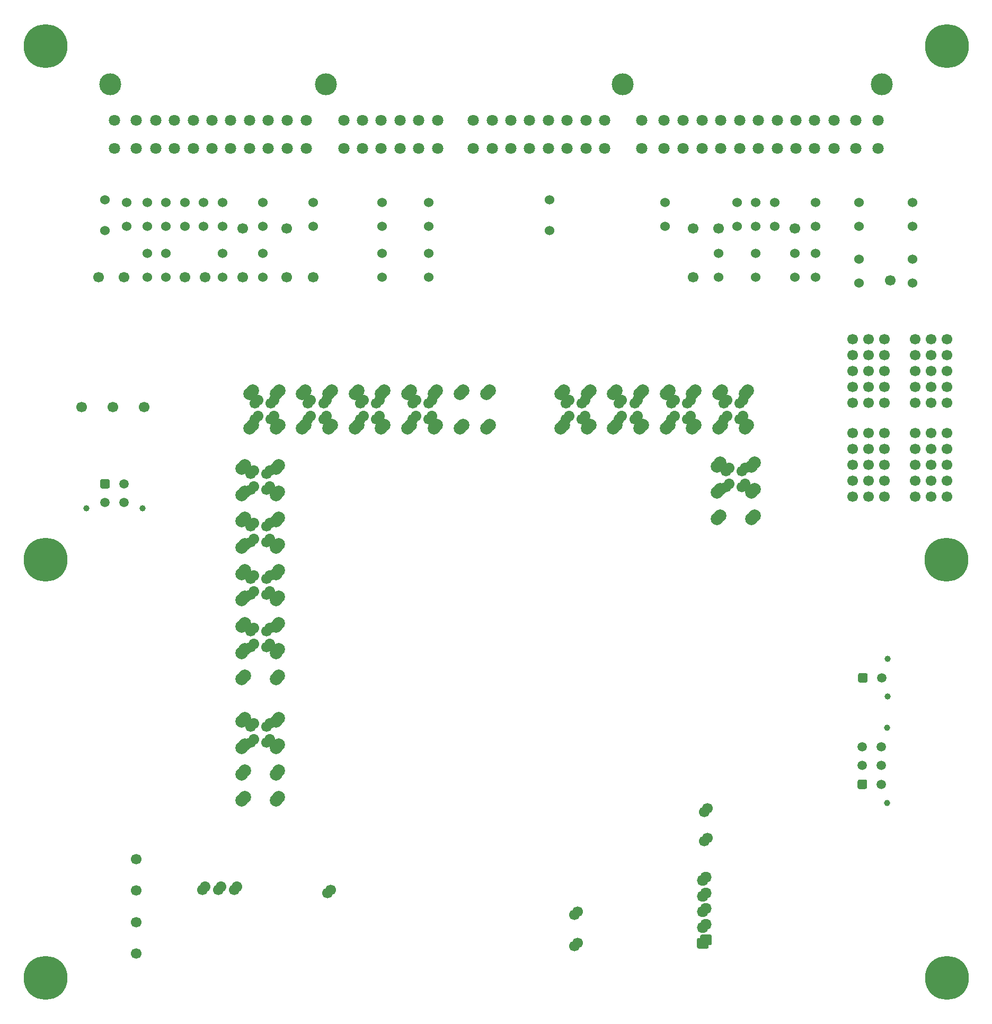
<source format=gbs>
G75*
G70*
%OFA0B0*%
%FSLAX25Y25*%
%IPPOS*%
%LPD*%
%AMOC8*
5,1,8,0,0,1.08239X$1,22.5*
%
%ADD10C,0.06000*%
%ADD11C,0.06693*%
%ADD12C,0.05906*%
%ADD13C,0.27559*%
%ADD14C,0.13780*%
%ADD15C,0.07087*%
%ADD16C,0.07874*%
%ADD17O,0.07283X0.06693*%
%ADD24C,0.03937*%
%ADD38O,0.06693X0.06693*%
X0000000Y0000000D02*
%LPD*%
G01*
D10*
X0119094Y0492501D03*
X0119094Y0507501D03*
X0095472Y0492501D03*
X0095472Y0507501D03*
D11*
X0187992Y0460630D03*
D10*
X0466535Y0492501D03*
X0466535Y0507501D03*
D11*
X0076771Y0074804D03*
X0427165Y0460630D03*
D10*
X0454724Y0492501D03*
X0454724Y0507501D03*
X0187992Y0492501D03*
X0187992Y0507501D03*
X0491141Y0460630D03*
X0491141Y0475630D03*
X0156496Y0460630D03*
X0156496Y0475630D03*
D11*
X0053149Y0460630D03*
D10*
X0531496Y0457067D03*
X0531496Y0472067D03*
D11*
X0551181Y0458662D03*
X0076771Y0035434D03*
D10*
X0083661Y0460630D03*
X0083661Y0475630D03*
X0130905Y0492501D03*
X0130905Y0507501D03*
D11*
X0120078Y0460630D03*
D10*
X0156496Y0492501D03*
X0156496Y0507501D03*
D24*
X0045275Y0315197D03*
X0080708Y0315197D03*
G36*
G01*
X0054133Y0328741D02*
X0054133Y0332678D01*
G75*
G02*
X0055118Y0333662I0000984J0000000D01*
G01*
X0059055Y0333662D01*
G75*
G02*
X0060039Y0332678I0000000J-000984D01*
G01*
X0060039Y0328741D01*
G75*
G02*
X0059055Y0327756I-000984J0000000D01*
G01*
X0055118Y0327756D01*
G75*
G02*
X0054133Y0328741I0000000J0000984D01*
G01*
G37*
D12*
X0068897Y0330709D03*
X0057086Y0318898D03*
X0068897Y0318898D03*
D10*
X0478346Y0492501D03*
X0478346Y0507501D03*
X0466535Y0460630D03*
X0466535Y0475630D03*
D11*
X0081692Y0378938D03*
X0171259Y0460630D03*
D10*
X0564960Y0457067D03*
X0564960Y0472067D03*
D11*
X0566771Y0381575D03*
X0566771Y0391575D03*
X0566771Y0401575D03*
X0566771Y0411575D03*
X0566771Y0421575D03*
X0576771Y0381575D03*
X0576771Y0391575D03*
X0576771Y0401575D03*
X0576771Y0411575D03*
X0576771Y0421575D03*
X0586771Y0381575D03*
X0586771Y0391575D03*
X0586771Y0401575D03*
X0586771Y0411575D03*
X0586771Y0421575D03*
D10*
X0442913Y0460630D03*
X0442913Y0475630D03*
D24*
X0548976Y0129922D03*
X0548976Y0177166D03*
G36*
G01*
X0535433Y0138780D02*
X0531496Y0138780D01*
G75*
G02*
X0530511Y0139764I0000000J0000984D01*
G01*
X0530511Y0143701D01*
G75*
G02*
X0531496Y0144686I0000984J0000000D01*
G01*
X0535433Y0144686D01*
G75*
G02*
X0536417Y0143701I0000000J-000984D01*
G01*
X0536417Y0139764D01*
G75*
G02*
X0535433Y0138780I-000984J0000000D01*
G01*
G37*
D12*
X0533464Y0153544D03*
X0533464Y0165355D03*
X0545275Y0141733D03*
X0545275Y0153544D03*
X0545275Y0165355D03*
D13*
X0586614Y0605906D03*
X0019685Y0283071D03*
D10*
X0107283Y0492501D03*
X0107283Y0507501D03*
X0503937Y0460630D03*
X0503937Y0475630D03*
X0083661Y0492501D03*
X0083661Y0507501D03*
X0231299Y0460630D03*
X0231299Y0475630D03*
D11*
X0068897Y0460630D03*
X0062007Y0378938D03*
D10*
X0057086Y0509272D03*
X0057086Y0489981D03*
D11*
X0427165Y0491142D03*
D10*
X0095472Y0460630D03*
X0095472Y0475630D03*
D11*
X0527401Y0381575D03*
X0527401Y0391575D03*
X0527401Y0401575D03*
X0527401Y0411575D03*
X0527401Y0421575D03*
X0537401Y0381575D03*
X0537401Y0391575D03*
X0537401Y0401575D03*
X0537401Y0411575D03*
X0537401Y0421575D03*
X0547401Y0381575D03*
X0547401Y0391575D03*
X0547401Y0401575D03*
X0547401Y0411575D03*
X0547401Y0421575D03*
D10*
X0231299Y0492501D03*
X0231299Y0507501D03*
D11*
X0527401Y0322520D03*
X0527401Y0332520D03*
X0527401Y0342520D03*
X0527401Y0352520D03*
X0527401Y0362520D03*
X0537401Y0322520D03*
X0537401Y0332520D03*
X0537401Y0342520D03*
X0537401Y0352520D03*
X0537401Y0362520D03*
X0547401Y0322520D03*
X0547401Y0332520D03*
X0547401Y0342520D03*
X0547401Y0352520D03*
X0547401Y0362520D03*
D14*
X0060397Y0581811D03*
X0196027Y0581811D03*
X0382641Y0581811D03*
X0545830Y0581811D03*
D15*
X0062956Y0541651D03*
X0076726Y0541651D03*
X0088936Y0541651D03*
X0100746Y0541651D03*
X0112556Y0541651D03*
X0124366Y0541651D03*
X0136176Y0541651D03*
X0147986Y0541651D03*
X0159796Y0541651D03*
X0171606Y0541651D03*
X0183816Y0541651D03*
X0062956Y0559371D03*
X0076726Y0559371D03*
X0088936Y0559371D03*
X0100746Y0559371D03*
X0112556Y0559371D03*
X0124366Y0559371D03*
X0136176Y0559371D03*
X0147986Y0559371D03*
X0159796Y0559371D03*
X0171606Y0559371D03*
X0183816Y0559371D03*
X0288744Y0541651D03*
X0300554Y0541651D03*
X0312364Y0541651D03*
X0324174Y0541651D03*
X0335994Y0541651D03*
X0347804Y0541651D03*
X0359614Y0541651D03*
X0371424Y0541651D03*
X0288744Y0559371D03*
X0300554Y0559371D03*
X0312364Y0559371D03*
X0324174Y0559371D03*
X0335994Y0559371D03*
X0347804Y0559371D03*
X0359614Y0559371D03*
X0371424Y0559371D03*
X0394834Y0541651D03*
X0408614Y0541651D03*
X0420834Y0541651D03*
X0432644Y0541651D03*
X0444454Y0541651D03*
X0456264Y0541651D03*
X0468074Y0541651D03*
X0479884Y0541651D03*
X0491694Y0541651D03*
X0503504Y0541651D03*
X0515714Y0541651D03*
X0529494Y0541651D03*
X0543274Y0541651D03*
X0394834Y0559371D03*
X0408614Y0559371D03*
X0420834Y0559371D03*
X0432644Y0559371D03*
X0444454Y0559371D03*
X0456264Y0559371D03*
X0468074Y0559371D03*
X0479884Y0559371D03*
X0491694Y0559371D03*
X0503504Y0559371D03*
X0515714Y0559371D03*
X0529494Y0559371D03*
X0543274Y0559371D03*
X0207247Y0541651D03*
X0219057Y0541651D03*
X0230867Y0541651D03*
X0242677Y0541651D03*
X0254497Y0541651D03*
X0266307Y0541651D03*
X0207247Y0559371D03*
X0219057Y0559371D03*
X0230867Y0559371D03*
X0242677Y0559371D03*
X0254497Y0559371D03*
X0266307Y0559371D03*
D13*
X0586420Y0283071D03*
X0586614Y0020079D03*
D11*
X0566771Y0322520D03*
X0566771Y0332520D03*
X0566771Y0342520D03*
X0566771Y0352520D03*
X0566771Y0362520D03*
X0576771Y0322520D03*
X0576771Y0332520D03*
X0576771Y0342520D03*
X0576771Y0352520D03*
X0576771Y0362520D03*
X0586771Y0322520D03*
X0586771Y0332520D03*
X0586771Y0342520D03*
X0586771Y0352520D03*
X0586771Y0362520D03*
X0442913Y0491142D03*
D10*
X0130905Y0460630D03*
X0130905Y0475630D03*
X0531496Y0492501D03*
X0531496Y0507501D03*
D16*
X0142913Y0131546D03*
X0142913Y0148081D03*
X0142913Y0164617D03*
D11*
X0148819Y0167963D03*
D16*
X0142913Y0181152D03*
D11*
X0148819Y0177963D03*
D16*
X0164567Y0131546D03*
X0164567Y0148081D03*
D11*
X0158819Y0167963D03*
D16*
X0164567Y0164617D03*
D11*
X0158819Y0177963D03*
D16*
X0164567Y0181152D03*
X0142913Y0207924D03*
X0142913Y0224459D03*
D11*
X0148819Y0227806D03*
D16*
X0142913Y0240995D03*
D11*
X0148819Y0237806D03*
D16*
X0142913Y0257530D03*
D11*
X0148819Y0260877D03*
D16*
X0142913Y0274066D03*
D11*
X0148819Y0270877D03*
D16*
X0142913Y0290601D03*
D11*
X0148819Y0293948D03*
D16*
X0142913Y0307137D03*
D11*
X0148819Y0303948D03*
D16*
X0142913Y0323672D03*
D11*
X0148819Y0327018D03*
D16*
X0142913Y0340207D03*
D11*
X0148819Y0337018D03*
D16*
X0164567Y0207924D03*
D11*
X0158819Y0227806D03*
D16*
X0164567Y0224459D03*
D11*
X0158819Y0237806D03*
D16*
X0164567Y0240995D03*
D11*
X0158819Y0260877D03*
D16*
X0164567Y0257530D03*
D11*
X0158819Y0270877D03*
D16*
X0164567Y0274066D03*
D11*
X0158819Y0293948D03*
D16*
X0164567Y0290601D03*
D11*
X0158819Y0303948D03*
D16*
X0164567Y0307137D03*
D11*
X0158819Y0327018D03*
D16*
X0164567Y0323672D03*
D11*
X0158819Y0337018D03*
D16*
X0164567Y0340207D03*
X0148130Y0387156D03*
D11*
X0151476Y0381251D03*
X0161476Y0381251D03*
D16*
X0164665Y0387156D03*
X0181201Y0387156D03*
D11*
X0184547Y0381251D03*
X0194547Y0381251D03*
D16*
X0197736Y0387156D03*
X0214272Y0387156D03*
D11*
X0217618Y0381251D03*
X0227618Y0381251D03*
D16*
X0230807Y0387156D03*
X0247343Y0387156D03*
D11*
X0250689Y0381251D03*
X0260689Y0381251D03*
D16*
X0263878Y0387156D03*
X0280413Y0387156D03*
X0296949Y0387156D03*
X0148130Y0365503D03*
D11*
X0151476Y0371251D03*
X0161476Y0371251D03*
D16*
X0164665Y0365503D03*
X0181201Y0365503D03*
D11*
X0184547Y0371251D03*
X0194547Y0371251D03*
D16*
X0197736Y0365503D03*
X0214272Y0365503D03*
D11*
X0217618Y0371251D03*
X0227618Y0371251D03*
D16*
X0230807Y0365503D03*
X0247343Y0365503D03*
D11*
X0250689Y0371251D03*
X0260689Y0371251D03*
D16*
X0263878Y0365503D03*
X0280413Y0365503D03*
X0296949Y0365503D03*
X0343799Y0387156D03*
D11*
X0347146Y0381251D03*
X0357146Y0381251D03*
D16*
X0360335Y0387156D03*
X0376870Y0387156D03*
D11*
X0380217Y0381251D03*
X0390217Y0381251D03*
D16*
X0393406Y0387156D03*
X0409941Y0387156D03*
D11*
X0413287Y0381251D03*
X0423287Y0381251D03*
D16*
X0426476Y0387156D03*
X0443012Y0387156D03*
D11*
X0446358Y0381251D03*
X0456358Y0381251D03*
D16*
X0459547Y0387156D03*
X0343799Y0365503D03*
D11*
X0347146Y0371251D03*
X0357146Y0371251D03*
D16*
X0360335Y0365503D03*
X0376870Y0365503D03*
D11*
X0380217Y0371251D03*
X0390217Y0371251D03*
D16*
X0393406Y0365503D03*
X0409941Y0365503D03*
D11*
X0413287Y0371251D03*
X0423287Y0371251D03*
D16*
X0426476Y0365503D03*
X0443012Y0365503D03*
D11*
X0446358Y0371251D03*
X0456358Y0371251D03*
D16*
X0459547Y0365503D03*
D11*
X0457835Y0338593D03*
D16*
X0463583Y0341782D03*
D11*
X0457835Y0328593D03*
D16*
X0463583Y0325247D03*
X0463583Y0308711D03*
X0441929Y0341782D03*
D11*
X0447835Y0338593D03*
D16*
X0441929Y0325247D03*
D11*
X0447835Y0328593D03*
D16*
X0441929Y0308711D03*
G36*
G01*
X0435827Y0038436D02*
X0430512Y0038436D01*
G75*
G02*
X0429528Y0039420I0000000J0000984D01*
G01*
X0429528Y0044144D01*
G75*
G02*
X0430512Y0045129I0000984J0000000D01*
G01*
X0435827Y0045129D01*
G75*
G02*
X0436811Y0044144I0000000J-000984D01*
G01*
X0436811Y0039420D01*
G75*
G02*
X0435827Y0038436I-000984J0000000D01*
G01*
G37*
D17*
X0433169Y0051625D03*
X0433169Y0061467D03*
X0433169Y0071310D03*
X0433169Y0081152D03*
D11*
X0352461Y0039814D03*
X0352461Y0059499D03*
X0433957Y0124459D03*
X0433957Y0105955D03*
X0128209Y0075247D03*
X0138209Y0075247D03*
X0118209Y0075247D03*
X0196949Y0073278D03*
X0143700Y0491142D03*
D10*
X0070866Y0492501D03*
X0070866Y0507501D03*
D11*
X0171259Y0491142D03*
D13*
X0019685Y0020079D03*
D11*
X0076771Y0055119D03*
D24*
X0549311Y0196851D03*
X0549311Y0220473D03*
G36*
G01*
X0535767Y0205709D02*
X0531830Y0205709D01*
G75*
G02*
X0530846Y0206693I0000000J0000984D01*
G01*
X0530846Y0210630D01*
G75*
G02*
X0531830Y0211615I0000984J0000000D01*
G01*
X0535767Y0211615D01*
G75*
G02*
X0536751Y0210630I0000000J-000984D01*
G01*
X0536751Y0206693D01*
G75*
G02*
X0535767Y0205709I-000984J0000000D01*
G01*
G37*
D12*
X0545610Y0208662D03*
D11*
X0076771Y0094489D03*
D10*
X0260826Y0460630D03*
X0260826Y0475630D03*
X0503937Y0492501D03*
X0503937Y0507501D03*
X0409448Y0492501D03*
X0409448Y0507501D03*
D11*
X0143700Y0460630D03*
X0491141Y0491142D03*
D10*
X0564960Y0492501D03*
X0564960Y0507501D03*
X0260826Y0492501D03*
X0260826Y0507501D03*
X0336614Y0509272D03*
X0336614Y0489981D03*
D11*
X0042322Y0378938D03*
X0107283Y0460630D03*
D13*
X0019685Y0605906D03*
X0108268Y0031939D02*
%LPD*%
G01*
D16*
X0144883Y0133613D03*
X0144883Y0150148D03*
X0144883Y0166684D03*
D11*
X0150788Y0170030D03*
D16*
X0144883Y0183219D03*
D11*
X0150788Y0180030D03*
D16*
X0166536Y0133613D03*
X0166536Y0150148D03*
D11*
X0160788Y0170030D03*
D16*
X0166536Y0166684D03*
D11*
X0160788Y0180030D03*
D16*
X0166536Y0183219D03*
X0144883Y0209991D03*
X0144883Y0226526D03*
D11*
X0150788Y0229873D03*
D16*
X0144883Y0243062D03*
D11*
X0150788Y0239873D03*
D16*
X0144883Y0259597D03*
D11*
X0150788Y0262944D03*
D16*
X0144883Y0276132D03*
D11*
X0150788Y0272944D03*
D16*
X0144883Y0292668D03*
D11*
X0150788Y0296014D03*
D16*
X0144883Y0309203D03*
D11*
X0150788Y0306014D03*
D16*
X0144883Y0325739D03*
D11*
X0150788Y0329085D03*
D16*
X0144883Y0342274D03*
D11*
X0150788Y0339085D03*
D16*
X0166536Y0209991D03*
D11*
X0160788Y0229873D03*
D16*
X0166536Y0226526D03*
D11*
X0160788Y0239873D03*
D16*
X0166536Y0243062D03*
D11*
X0160788Y0262944D03*
D16*
X0166536Y0259597D03*
D11*
X0160788Y0272944D03*
D16*
X0166536Y0276132D03*
D11*
X0160788Y0296014D03*
D16*
X0166536Y0292668D03*
D11*
X0160788Y0306014D03*
D16*
X0166536Y0309203D03*
D11*
X0160788Y0329085D03*
D16*
X0166536Y0325739D03*
D11*
X0160788Y0339085D03*
D16*
X0166536Y0342274D03*
X0150099Y0389223D03*
D11*
X0153446Y0383318D03*
X0163446Y0383318D03*
D16*
X0166635Y0389223D03*
X0183170Y0389223D03*
D11*
X0186517Y0383318D03*
X0196517Y0383318D03*
D16*
X0199706Y0389223D03*
X0216241Y0389223D03*
D11*
X0219587Y0383318D03*
X0229587Y0383318D03*
D16*
X0232776Y0389223D03*
X0249312Y0389223D03*
D11*
X0252658Y0383318D03*
X0262658Y0383318D03*
D16*
X0265847Y0389223D03*
X0282383Y0389223D03*
X0298918Y0389223D03*
X0150099Y0367569D03*
D11*
X0153446Y0373318D03*
X0163446Y0373318D03*
D16*
X0166635Y0367569D03*
X0183170Y0367569D03*
D11*
X0186517Y0373318D03*
X0196517Y0373318D03*
D16*
X0199706Y0367569D03*
X0216241Y0367569D03*
D11*
X0219587Y0373318D03*
X0229587Y0373318D03*
D16*
X0232776Y0367569D03*
X0249312Y0367569D03*
D11*
X0252658Y0373318D03*
X0262658Y0373318D03*
D16*
X0265847Y0367569D03*
X0282383Y0367569D03*
X0298918Y0367569D03*
X0345768Y0389223D03*
D11*
X0349115Y0383318D03*
X0359115Y0383318D03*
D16*
X0362304Y0389223D03*
X0378839Y0389223D03*
D11*
X0382186Y0383318D03*
X0392186Y0383318D03*
D16*
X0395375Y0389223D03*
X0411910Y0389223D03*
D11*
X0415257Y0383318D03*
X0425257Y0383318D03*
D16*
X0428446Y0389223D03*
X0444981Y0389223D03*
D11*
X0448328Y0383318D03*
X0458328Y0383318D03*
D16*
X0461517Y0389223D03*
X0345768Y0367569D03*
D11*
X0349115Y0373318D03*
X0359115Y0373318D03*
D16*
X0362304Y0367569D03*
X0378839Y0367569D03*
D11*
X0382186Y0373318D03*
X0392186Y0373318D03*
D16*
X0395375Y0367569D03*
X0411910Y0367569D03*
D11*
X0415257Y0373318D03*
X0425257Y0373318D03*
D16*
X0428446Y0367569D03*
X0444981Y0367569D03*
D11*
X0448328Y0373318D03*
X0458328Y0373318D03*
D16*
X0461517Y0367569D03*
D11*
X0459804Y0340660D03*
D16*
X0465552Y0343849D03*
D11*
X0459804Y0330660D03*
D16*
X0465552Y0327314D03*
X0465552Y0310778D03*
X0443898Y0343849D03*
D11*
X0449804Y0340660D03*
D16*
X0443898Y0327314D03*
D11*
X0449804Y0330660D03*
D16*
X0443898Y0310778D03*
G36*
G01*
X0437796Y0040503D02*
X0432481Y0040503D01*
G75*
G02*
X0431497Y0041487I0000000J0000984D01*
G01*
X0431497Y0046211D01*
G75*
G02*
X0432481Y0047195I0000984J0000000D01*
G01*
X0437796Y0047195D01*
G75*
G02*
X0438780Y0046211I0000000J-000984D01*
G01*
X0438780Y0041487D01*
G75*
G02*
X0437796Y0040503I-000984J0000000D01*
G01*
G37*
D17*
X0435139Y0053692D03*
X0435139Y0063534D03*
X0435139Y0073377D03*
X0435139Y0083219D03*
D11*
X0354430Y0041881D03*
X0354430Y0061566D03*
X0435926Y0126526D03*
X0435926Y0108022D03*
X0130178Y0077314D03*
X0140178Y0077314D03*
X0120178Y0077314D03*
X0198918Y0075345D03*
D16*
X0144883Y0183219D03*
D38*
X0382186Y0383318D03*
X0392186Y0383318D03*
X0382186Y0373318D03*
X0392186Y0373318D03*
D16*
X0166536Y0243062D03*
X0461517Y0389223D03*
X0166536Y0226526D03*
X0183170Y0389223D03*
X0144883Y0292668D03*
X0345768Y0389223D03*
X0461517Y0367569D03*
X0144883Y0276132D03*
X0144883Y0259597D03*
X0298918Y0389223D03*
X0443898Y0327314D03*
X0428446Y0389223D03*
X0282383Y0389223D03*
X0232776Y0389223D03*
X0144883Y0342274D03*
X0465552Y0310778D03*
D11*
X0435926Y0108022D03*
D38*
X0252658Y0383318D03*
X0262658Y0383318D03*
X0252658Y0373318D03*
X0262658Y0373318D03*
D16*
X0428446Y0367569D03*
X0199706Y0389223D03*
D11*
X0435926Y0126526D03*
D16*
X0144883Y0243062D03*
X0249312Y0389223D03*
X0249312Y0367569D03*
X0444981Y0367569D03*
X0166536Y0183219D03*
D38*
X0150788Y0339085D03*
X0160788Y0339085D03*
X0150788Y0329085D03*
X0160788Y0329085D03*
D16*
X0166536Y0325739D03*
X0362304Y0389223D03*
X0378839Y0389223D03*
D38*
X0150788Y0239873D03*
X0160788Y0239873D03*
X0150788Y0229873D03*
X0160788Y0229873D03*
G36*
G01*
X0437796Y0040503D02*
X0432481Y0040503D01*
G75*
G02*
X0431497Y0041487I0000000J0000984D01*
G01*
X0431497Y0046211D01*
G75*
G02*
X0432481Y0047195I0000984J0000000D01*
G01*
X0437796Y0047195D01*
G75*
G02*
X0438780Y0046211I0000000J-000984D01*
G01*
X0438780Y0041487D01*
G75*
G02*
X0437796Y0040503I-000984J0000000D01*
G01*
G37*
D17*
X0435139Y0053692D03*
X0435139Y0063534D03*
X0435139Y0073377D03*
X0435139Y0083219D03*
D38*
X0150788Y0306014D03*
X0160788Y0306014D03*
X0150788Y0296014D03*
X0160788Y0296014D03*
D16*
X0362304Y0367569D03*
X0411910Y0367569D03*
X0395375Y0389223D03*
X0166536Y0150148D03*
X0265847Y0367569D03*
X0166536Y0292668D03*
X0345768Y0367569D03*
D38*
X0448328Y0383318D03*
X0458328Y0383318D03*
X0448328Y0373318D03*
X0458328Y0373318D03*
D16*
X0144883Y0150148D03*
X0150099Y0389223D03*
D38*
X0449804Y0340660D03*
X0459804Y0340660D03*
X0449804Y0330660D03*
X0459804Y0330660D03*
D16*
X0443898Y0343849D03*
X0395375Y0367569D03*
X0144883Y0309203D03*
X0183170Y0367569D03*
D38*
X0349115Y0383318D03*
X0359115Y0383318D03*
X0349115Y0373318D03*
X0359115Y0373318D03*
D11*
X0354430Y0061566D03*
D38*
X0150788Y0180030D03*
X0160788Y0180030D03*
X0150788Y0170030D03*
X0160788Y0170030D03*
D16*
X0232776Y0367569D03*
X0144883Y0166684D03*
D38*
X0120178Y0077314D03*
X0130178Y0077314D03*
X0140178Y0077314D03*
X0153446Y0383318D03*
X0163446Y0383318D03*
X0153446Y0373318D03*
X0163446Y0373318D03*
D16*
X0166536Y0342274D03*
X0144883Y0209991D03*
X0444981Y0389223D03*
X0465552Y0327314D03*
D11*
X0198918Y0075345D03*
D16*
X0216241Y0367569D03*
X0465552Y0343849D03*
X0166536Y0166684D03*
X0265847Y0389223D03*
X0282383Y0367569D03*
D38*
X0219587Y0383318D03*
X0229587Y0383318D03*
X0219587Y0373318D03*
X0229587Y0373318D03*
X0415257Y0383318D03*
X0425257Y0383318D03*
X0415257Y0373318D03*
X0425257Y0373318D03*
X0186517Y0383318D03*
X0196517Y0383318D03*
X0186517Y0373318D03*
X0196517Y0373318D03*
D16*
X0166536Y0276132D03*
X0166635Y0389223D03*
X0144883Y0325739D03*
X0144883Y0133613D03*
D38*
X0150788Y0272944D03*
X0160788Y0272944D03*
X0150788Y0262944D03*
X0160788Y0262944D03*
D16*
X0150099Y0367569D03*
X0298918Y0367569D03*
X0411910Y0389223D03*
D11*
X0354430Y0041881D03*
D16*
X0199706Y0367569D03*
X0216241Y0389223D03*
X0166635Y0367569D03*
X0166536Y0259597D03*
X0166536Y0133613D03*
X0443898Y0310778D03*
X0166536Y0309203D03*
X0144883Y0226526D03*
X0378839Y0367569D03*
X0166536Y0209991D03*
M02*

</source>
